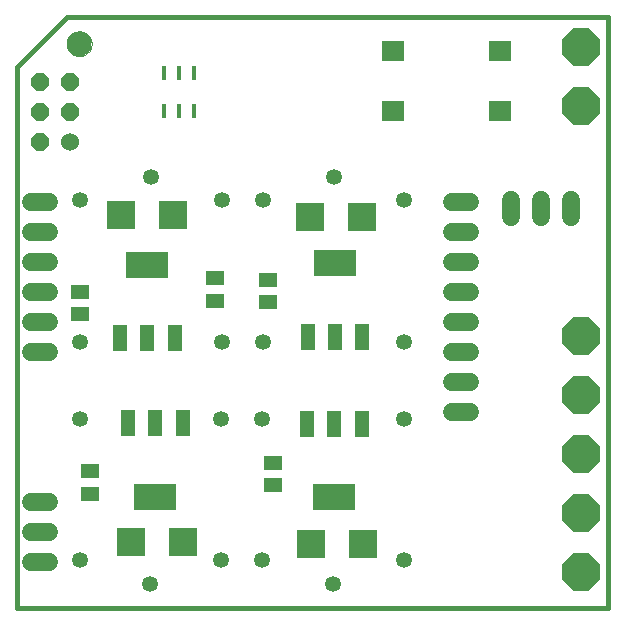
<source format=gbs>
G75*
%MOIN*%
%OFA0B0*%
%FSLAX24Y24*%
%IPPOS*%
%LPD*%
%AMOC8*
5,1,8,0,0,1.08239X$1,22.5*
%
%ADD10C,0.0160*%
%ADD11C,0.0000*%
%ADD12C,0.0827*%
%ADD13OC8,0.1250*%
%ADD14C,0.0531*%
%ADD15R,0.0480X0.0880*%
%ADD16R,0.1417X0.0866*%
%ADD17R,0.0160X0.0480*%
%ADD18R,0.0591X0.0512*%
%ADD19R,0.0945X0.0945*%
%ADD20R,0.0748X0.0669*%
%ADD21C,0.0591*%
%ADD22C,0.0600*%
%ADD23OC8,0.0600*%
%ADD24C,0.0600*%
D10*
X002234Y000180D02*
X021919Y000180D01*
X021919Y019865D01*
X003888Y019865D01*
X002234Y018211D01*
X002234Y000180D01*
D11*
X003888Y018979D02*
X003890Y019019D01*
X003896Y019060D01*
X003906Y019099D01*
X003919Y019137D01*
X003937Y019174D01*
X003958Y019208D01*
X003982Y019241D01*
X004009Y019271D01*
X004039Y019298D01*
X004072Y019322D01*
X004106Y019343D01*
X004143Y019361D01*
X004181Y019374D01*
X004220Y019384D01*
X004261Y019390D01*
X004301Y019392D01*
X004341Y019390D01*
X004382Y019384D01*
X004421Y019374D01*
X004459Y019361D01*
X004496Y019343D01*
X004530Y019322D01*
X004563Y019298D01*
X004593Y019271D01*
X004620Y019241D01*
X004644Y019208D01*
X004665Y019174D01*
X004683Y019137D01*
X004696Y019099D01*
X004706Y019060D01*
X004712Y019019D01*
X004714Y018979D01*
X004712Y018939D01*
X004706Y018898D01*
X004696Y018859D01*
X004683Y018821D01*
X004665Y018784D01*
X004644Y018750D01*
X004620Y018717D01*
X004593Y018687D01*
X004563Y018660D01*
X004530Y018636D01*
X004496Y018615D01*
X004459Y018597D01*
X004421Y018584D01*
X004382Y018574D01*
X004341Y018568D01*
X004301Y018566D01*
X004261Y018568D01*
X004220Y018574D01*
X004181Y018584D01*
X004143Y018597D01*
X004106Y018615D01*
X004072Y018636D01*
X004039Y018660D01*
X004009Y018687D01*
X003982Y018717D01*
X003958Y018750D01*
X003937Y018784D01*
X003919Y018821D01*
X003906Y018859D01*
X003896Y018898D01*
X003890Y018939D01*
X003888Y018979D01*
D12*
X004301Y018979D03*
D13*
X021014Y018881D03*
X021014Y016912D03*
X021014Y009235D03*
X021014Y007267D03*
X021014Y005298D03*
X021014Y003330D03*
X021014Y001361D03*
D14*
X015116Y001759D03*
X012754Y000971D03*
X010392Y001759D03*
X009033Y001759D03*
X006671Y000971D03*
X004309Y001759D03*
X004309Y006483D03*
X004333Y009034D03*
X009057Y009034D03*
X010415Y009034D03*
X010392Y006483D03*
X009033Y006483D03*
X015116Y006483D03*
X015140Y009034D03*
X015140Y013759D03*
X012777Y014546D03*
X010415Y013759D03*
X009057Y013759D03*
X006695Y014546D03*
X004333Y013759D03*
D15*
X005655Y009176D03*
X006565Y009176D03*
X007475Y009176D03*
X007750Y006321D03*
X006840Y006321D03*
X005931Y006321D03*
X011895Y006302D03*
X012805Y006302D03*
X013715Y006302D03*
X013735Y009216D03*
X012825Y009216D03*
X011915Y009216D03*
D16*
X012825Y011656D03*
X006565Y011617D03*
X006840Y003881D03*
X012805Y003861D03*
D17*
X008108Y016735D03*
X007608Y016735D03*
X007108Y016735D03*
X007108Y017995D03*
X007608Y017995D03*
X008108Y017995D03*
D18*
X008829Y011164D03*
X008829Y010416D03*
X010600Y010357D03*
X010600Y011105D03*
X004321Y010711D03*
X004321Y009963D03*
X004655Y004727D03*
X004655Y003979D03*
X010758Y004255D03*
X010758Y005003D03*
D19*
X012018Y002306D03*
X013750Y002306D03*
X007746Y002365D03*
X006014Y002365D03*
X011998Y013211D03*
X013730Y013211D03*
X007411Y013271D03*
X005679Y013271D03*
D20*
X014773Y016735D03*
X014773Y018743D03*
X018317Y018743D03*
X018317Y016735D03*
D21*
X018695Y013782D02*
X018695Y013192D01*
X019695Y013192D02*
X019695Y013782D01*
X020695Y013782D02*
X020695Y013192D01*
D22*
X003984Y015715D03*
D23*
X002984Y015715D03*
X002984Y016715D03*
X003984Y016715D03*
X003984Y017715D03*
X002984Y017715D03*
D24*
X003284Y013715D02*
X002684Y013715D01*
X002684Y012715D02*
X003284Y012715D01*
X003284Y011715D02*
X002684Y011715D01*
X002684Y010715D02*
X003284Y010715D01*
X003284Y009715D02*
X002684Y009715D01*
X002684Y008715D02*
X003284Y008715D01*
X003284Y003715D02*
X002684Y003715D01*
X002684Y002715D02*
X003284Y002715D01*
X003284Y001715D02*
X002684Y001715D01*
X016737Y006715D02*
X017337Y006715D01*
X017337Y007715D02*
X016737Y007715D01*
X016737Y008715D02*
X017337Y008715D01*
X017337Y009715D02*
X016737Y009715D01*
X016737Y010715D02*
X017337Y010715D01*
X017337Y011715D02*
X016737Y011715D01*
X016737Y012715D02*
X017337Y012715D01*
X017337Y013715D02*
X016737Y013715D01*
M02*

</source>
